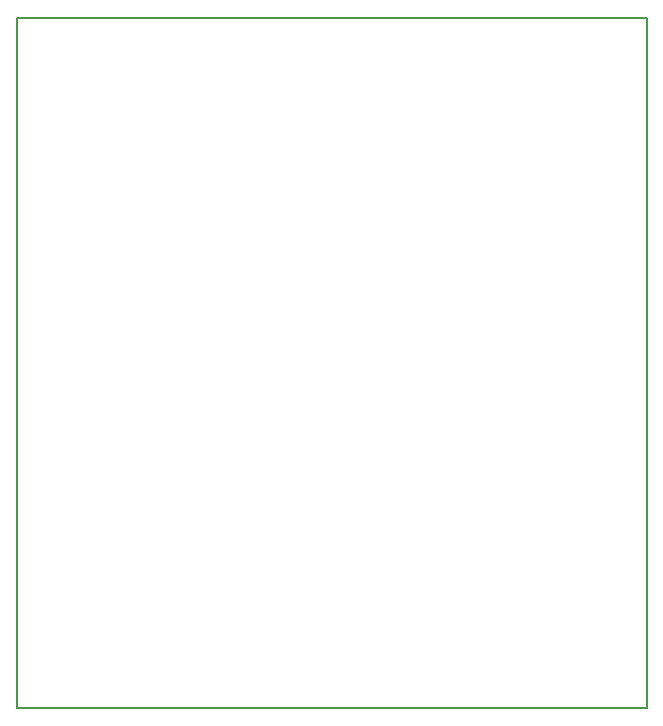
<source format=gko>
G04 #@! TF.FileFunction,Profile,NP*
%FSLAX46Y46*%
G04 Gerber Fmt 4.6, Leading zero omitted, Abs format (unit mm)*
G04 Created by KiCad (PCBNEW (2015-10-14 BZR 6269)-product) date Thursday, October 15, 2015 'PMt' 05:26:15 PM*
%MOMM*%
G01*
G04 APERTURE LIST*
%ADD10C,0.100000*%
%ADD11C,0.150000*%
G04 APERTURE END LIST*
D10*
D11*
X97155000Y-107315000D02*
X97155000Y-48895000D01*
X150495000Y-107315000D02*
X97155000Y-107315000D01*
X150495000Y-48895000D02*
X150495000Y-107315000D01*
X97155000Y-48895000D02*
X150495000Y-48895000D01*
M02*

</source>
